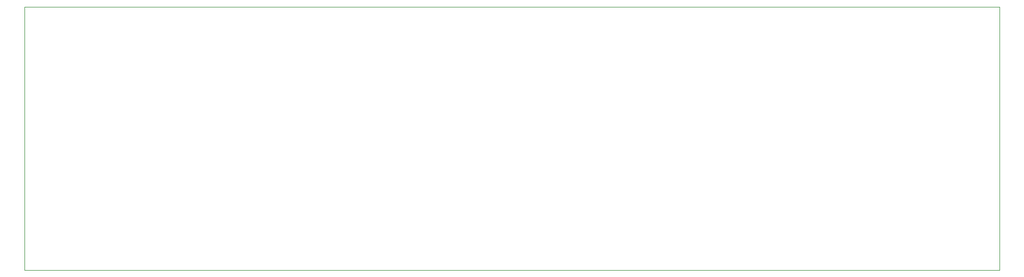
<source format=gm1>
G04 #@! TF.GenerationSoftware,KiCad,Pcbnew,8.0.8*
G04 #@! TF.CreationDate,2025-02-25T20:07:16+01:00*
G04 #@! TF.ProjectId,OverlordInterface,4f766572-6c6f-4726-9449-6e7465726661,rev?*
G04 #@! TF.SameCoordinates,Original*
G04 #@! TF.FileFunction,Profile,NP*
%FSLAX46Y46*%
G04 Gerber Fmt 4.6, Leading zero omitted, Abs format (unit mm)*
G04 Created by KiCad (PCBNEW 8.0.8) date 2025-02-25 20:07:16*
%MOMM*%
%LPD*%
G01*
G04 APERTURE LIST*
G04 #@! TA.AperFunction,Profile*
%ADD10C,0.100000*%
G04 #@! TD*
G04 APERTURE END LIST*
D10*
X75750000Y-72290000D02*
X230750000Y-72290000D01*
X230750000Y-114290000D01*
X75750000Y-114290000D01*
X75750000Y-72290000D01*
M02*

</source>
